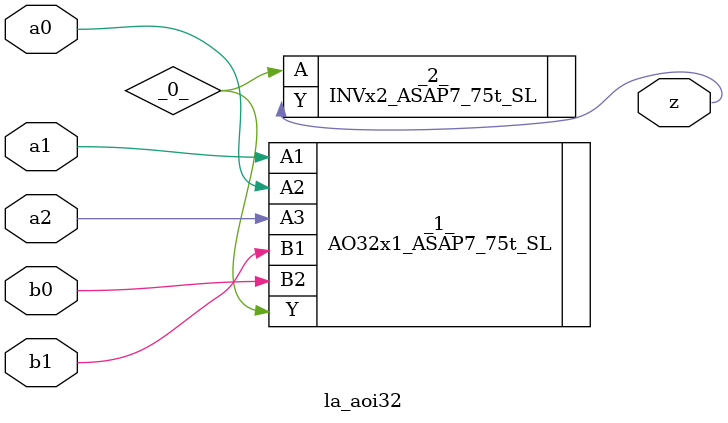
<source format=v>

/* Generated by Yosys 0.37 (git sha1 a5c7f69ed, clang 14.0.0-1ubuntu1.1 -fPIC -Os) */

module la_aoi32(a0, a1, a2, b0, b1, z);
  wire _0_;
  input a0;
  wire a0;
  input a1;
  wire a1;
  input a2;
  wire a2;
  input b0;
  wire b0;
  input b1;
  wire b1;
  output z;
  wire z;
  AO32x1_ASAP7_75t_SL _1_ (
    .A1(a1),
    .A2(a0),
    .A3(a2),
    .B1(b1),
    .B2(b0),
    .Y(_0_)
  );
  INVx2_ASAP7_75t_SL _2_ (
    .A(_0_),
    .Y(z)
  );
endmodule

</source>
